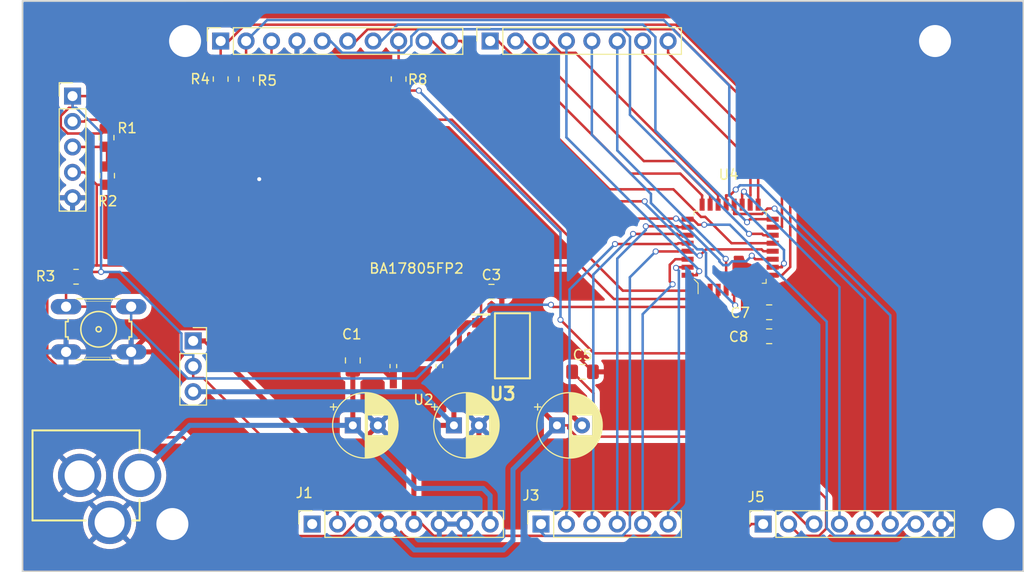
<source format=kicad_pcb>
(kicad_pcb (version 20240108) (generator "pcbnew") (generator_version "8.0")
  (title_block (date "mar. 31 mars 2015"))
  (layers (0 "F.Cu" signal) (31 "B.Cu" signal) (34 "B.Paste" user) (35 "F.Paste" user) (36 "B.SilkS" user "B.Silkscreen") (37 "F.SilkS" user "F.Silkscreen") (38 "B.Mask" user) (39 "F.Mask" user) (44 "Edge.Cuts" user))
  (net 0 "")
  (net 1 "GND")
  (net 2 "Net-(U4-REGC)")
  (net 3 "/SDA")
  (net 4 "/SCL")
  (net 5 "/P122")
  (net 6 "+3.3V")
  (net 7 "/P121")
  (net 8 "Net-(J2-Pin_10)")
  (net 9 "Net-(J2-Pin_9)")
  (net 10 "/MISO_00")
  (net 11 "/MOSI_20")
  (net 12 "/CS_20")
  (net 13 "/SCK_20")
  (net 14 "/MISO_20")
  (net 15 "/SCK_00")
  (net 16 "Net-(J4-Pin_8)")
  (net 17 "/CS_00")
  (net 18 "/MOSI_00")
  (net 19 "/MOSI_11")
  (net 20 "Net-(J4-Pin_7)")
  (net 21 "/CS_11")
  (net 22 "/MISO_11")
  (net 23 "+5V")
  (net 24 "Net-(J3-Pin_3)")
  (net 25 "Net-(J3-Pin_2)")
  (net 26 "Net-(J3-Pin_4)")
  (net 27 "Net-(J3-Pin_6)")
  (net 28 "/SCK_11")
  (net 29 "Net-(P3-Pin_2)")
  (net 30 "Net-(P3-Pin_3)")
  (net 31 "Net-(J3-Pin_5)")
  (net 32 "Net-(J3-Pin_1)")
  (net 33 "/Vin")
  (net 34 "Net-(S1-S)")
  (net 35 "VCC")
  (net 36 "/~{RESET}")
  (footprint "Connector_PinSocket_2.54mm:PinSocket_1x06_P2.54mm_Vertical" (layer "F.Cu") (at 101.802 77.26 90)
    (property "Reference" "J3")
    (property "Value" "Misc IOs")
  )
  (footprint "Connector_PinSocket_2.54mm:PinSocket_1x10_P2.54mm_Vertical" (layer "F.Cu") (at 69.798 29 90)
    (property "Reference" "J2" (hide yes))
    (property "Value" "Misc IOs")
  )
  (footprint "Connector_PinSocket_2.54mm:PinSocket_1x08_P2.54mm_Vertical" (layer "F.Cu") (at 96.722 29 90)
    (property "Reference" "J4" (hide yes))
    (property "Value" "Misc IOS")
  )
  (footprint "Capacitor_THT:CP_Radial_D6.3mm_P2.50mm" (layer "F.Cu") (at 93.102 67.4)
    (property "Reference" "C4" (hide yes))
    (property "Value" "47uF")
  )
  (footprint "Resistor_SMD:R_0805_2012Metric" (layer "F.Cu") (at 87.578 32.8 90)
    (property "Reference" "R8")
    (property "Value" "10k")
  )
  (footprint "catu:MountingHole_3.2mm" (layer "F.Cu") (at 147.522 77.26)
    (property "Reference" "MH4" (hide yes))
    (property "Value" "MountingHole_3.2mm" (hide yes))
  )
  (footprint "Capacitor_SMD:C_0805_2012Metric_Pad1.18x1.45mm_HandSolder" (layer "F.Cu") (at 124.6 58.5)
    (property "Reference" "C8")
    (property "Value" "0.1uF")
  )
  (footprint "Resistor_SMD:R_0805_2012Metric" (layer "F.Cu") (at 58.4 38.65 -90)
    (property "Reference" "R1")
    (property "Value" "1k")
  )
  (footprint "catu:B3F-10XX" (layer "F.Cu") (at 57.602 57.8)
    (property "Reference" "S1" (hide yes))
    (property "Value" "10-XX" (hide yes))
  )
  (footprint "Capacitor_THT:CP_Radial_D6.3mm_P2.50mm" (layer "F.Cu") (at 83.002 67.4)
    (property "Reference" "C2" (hide yes))
    (property "Value" "47uF")
  )
  (footprint "Connector_PinSocket_2.54mm:PinSocket_1x08_P2.54mm_Vertical" (layer "F.Cu") (at 78.942 77.26 90)
    (property "Reference" "J1")
    (property "Value" "Power")
  )
  (footprint "catu:BA17805FP" (layer "F.Cu") (at 89.35 56.9826)
    (property "Reference" "U2")
    (property "Value" "BA17805FP2")
  )
  (footprint "Resistor_SMD:R_0805_2012Metric_Pad1.20x1.40mm_HandSolder" (layer "F.Cu") (at 55.35 52.55)
    (property "Reference" "R3")
    (property "Value" "4.7k")
  )
  (footprint "catu:POWER_JACK_PTH" (layer "F.Cu") (at 48 72.4 -90)
    (property "Reference" "P2" (hide yes))
    (property "Value" "POWER_JACKPTH" (hide yes))
  )
  (footprint "catu:MountingHole_3.2mm" (layer "F.Cu") (at 66.242 29)
    (property "Reference" "MH1" (hide yes))
    (property "Value" "MountingHole_3.2mm" (hide yes))
  )
  (footprint "digikey-footprints:LQFP-32_7x7mm" (layer "F.Cu") (at 120.7 49.6)
    (property "Reference" "U4")
    (property "Value" "R5F104BGAFP")
  )
  (footprint "Resistor_SMD:R_0805_2012Metric" (layer "F.Cu") (at 72.338 32.8 90)
    (property "Reference" "R5")
    (property "Value" "10k")
  )
  (footprint "Capacitor_THT:CP_Radial_D6.3mm_P2.50mm" (layer "F.Cu") (at 103.402 67.4)
    (property "Reference" "C6" (hide yes))
    (property "Value" "47uF")
  )
  (footprint "Resistor_SMD:R_0805_2012Metric" (layer "F.Cu") (at 69.798 32.8 90)
    (property "Reference" "R4")
    (property "Value" "10k")
  )
  (footprint "Capacitor_SMD:C_0805_2012Metric_Pad1.18x1.45mm_HandSolder" (layer "F.Cu") (at 96.852 54.05)
    (property "Reference" "C3")
    (property "Value" "0.1uF")
  )
  (footprint "Capacitor_SMD:C_0805_2012Metric_Pad1.18x1.45mm_HandSolder" (layer "F.Cu") (at 124.6 56.1)
    (property "Reference" "C7")
    (property "Value" "0.1uF")
  )
  (footprint "Connector_PinSocket_2.54mm:PinSocket_1x03_P2.54mm_Vertical" (layer "F.Cu") (at 67.052 58.96)
    (property "Reference" "JP1" (hide yes))
    (property "Value" "Jumper_3_Bridged12" (hide yes))
  )
  (footprint "Resistor_SMD:R_0805_2012Metric" (layer "F.Cu") (at 58.45 42.45 -90)
    (property "Reference" "R2")
    (property "Value" "10k")
  )
  (footprint "catu:MountingHole_3.2mm" (layer "F.Cu") (at 64.972 77.26)
    (property "Reference" "MH2" (hide yes))
    (property "Value" "MountingHole_3.2mm" (hide yes))
  )
  (footprint "Connector_PinHeader_2.54mm:PinHeader_1x05_P2.54mm_Vertical" (layer "F.Cu") (at 55 34.5)
    (property "Reference" "P3" (hide yes))
    (property "Value" "E2 Lite")
  )
  (footprint "Capacitor_SMD:C_0805_2012Metric_Pad1.18x1.45mm_HandSolder" (layer "F.Cu") (at 83.002 60.9125 90)
    (property "Reference" "C1")
    (property "Value" "0.1uF")
  )
  (footprint "Connector_PinSocket_2.54mm:PinSocket_1x08_P2.54mm_Vertical" (layer "F.Cu") (at 124 77.26 90)
    (property "Reference" "J5")
    (property "Value" "Misc IOS")
  )
  (footprint "Capacitor_SMD:C_0805_2012Metric_Pad1.18x1.45mm_HandSolder" (layer "F.Cu") (at 105.952 62.05)
    (property "Reference" "C5")
    (property "Value" "0.1uF")
  )
  (footprint "catu:SOT230P700X180-4N" (layer "F.Cu") (at 98.952 59.45)
    (property "Reference" "U3")
    (property "Value" "TPS7B8333QDCYRQ1" (hide yes))
  )
  (footprint "catu:MountingHole_3.2mm" (layer "F.Cu") (at 141.172 29)
    (property "Reference" "MH3" (hide yes))
    (property "Value" "MountingHole_3.2mm" (hide yes))
  )
  (gr_line (start 50 82) (end 50 25) (stroke (width 0.15)) (layer "Edge.Cuts"))
  (gr_line (start 150 82) (end 50 82) (stroke (width 0.15)) (layer "Edge.Cuts"))
  (gr_line (start 50 25) (end 150 25) (stroke (width 0.15)) (layer "Edge.Cuts"))
  (gr_line (start 150 25) (end 150 82) (stroke (width 0.15)) (layer "Edge.Cuts"))
  (segment (start 97.95 59.45) (end 102.102 59.45) (width 0.5) (layer "F.Cu") (net 1))
  (segment (start 95.602 72.898) (end 94.182 74.318) (width 0.5) (layer "F.Cu") (net 1))
  (segment (start 86.4576 59.875) (end 89.35 56.9826) (width 0.25) (layer "F.Cu") (net 1))
  (segment (start 97.8895 54.05) (end 96.7145 52.875) (width 0.5) (layer "F.Cu") (net 1))
  (segment (start 102.102 59.45) (end 102.102 63.6) (width 0.5) (layer "F.Cu") (net 1))
  (segment (start 97.95 59.45) (end 97.95 59.2) (width 0.5) (layer "F.Cu") (net 1))
  (segment (start 102.102 63.6) (end 105.902 67.4) (width 0.5) (layer "F.Cu") (net 1))
  (segment (start 122.8 52.9) (end 122.7 53) (width 0.25) (layer "F.Cu") (net 1))
  (segment (start 95.802 59.45) (end 97.95 59.45) (width 0.5) (layer "F.Cu") (net 1))
  (segment (start 97.95 59.2) (end 97.8895 59.1395) (width 0.5) (layer "F.Cu") (net 1))
  (segment (start 97.8895 59.1395) (end 97.8895 54.05) (width 0.5) (layer "F.Cu") (net 1))
  (segment (start 102.102 59.45) (end 104.39 59.45) (width 0.25) (layer "F.Cu") (net 1))
  (segment (start 141.78 59.68) (end 140.6 58.5) (width 0.25) (layer "F.Cu") (net 1))
  (segment (start 104.39 59.45) (end 106.99 62.05) (width 0.25) (layer "F.Cu") (net 1))
  (segment (start 96.7145 52.875) (end 93.4576 52.875) (width 0.5) (layer "F.Cu") (net 1))
  (segment (start 125.638 54.4875) (end 124.05 52.9) (width 0.25) (layer "F.Cu") (net 1))
  (segment (start 80.787 57.66) (end 63.2538 57.66) (width 0.5) (layer "F.Cu") (net 1))
  (segment (start 94.182 74.318) (end 94.182 77.26) (width 0.5) (layer "F.Cu") (net 1))
  (segment (start 93.4576 52.875) (end 89.35 56.9826) (width 0.5) (layer "F.Cu") (net 1))
  (segment (start 140.6 58.5) (end 125.638 58.5) (width 0.25) (layer "F.Cu") (net 1))
  (segment (start 83.002 59.875) (end 86.4576 59.875) (width 0.5) (layer "F.Cu") (net 1))
  (segment (start 95.602 67.4) (end 95.602 72.898) (width 0.5) (layer "F.Cu") (net 1))
  (segment (start 125.638 58.5) (end 125.638 54.4875) (width 0.25) (layer "F.Cu") (net 1))
  (segment (start 63.2538 57.66) (end 60.8532 60.0606) (width 0.5) (layer "F.Cu") (net 1))
  (segment (start 122.7 53) (end 122.7 53.85) (width 0.25) (layer "F.Cu") (net 1))
  (segment (start 83.002 59.875) (end 80.787 57.66) (width 0.5) (layer "F.Cu") (net 1))
  (segment (start 124.05 52.9) (end 122.8 52.9) (width 0.25) (layer "F.Cu") (net 1))
  (segment (start 141.78 77.26) (end 141.78 59.68) (width 0.25) (layer "F.Cu") (net 1))
  (via (at 73.65 42.8) (size 0.6) (drill 0.4) (layers "F.Cu" "B.Cu") (net 1))
  (segment (start 121.9 56.8375) (end 121.9 53.85) (width 0.25) (layer "F.Cu") (net 2))
  (segment (start 123.562 58.5) (end 122.7752 57.713) (width 0.25) (layer "F.Cu") (net 2))
  (segment (start 122.7755 57.713) (end 123.5625 58.5) (width 0.25) (layer "F.Cu") (net 2))
  (segment (start 122.7752 57.713) (end 121.9 56.8375) (width 0.25) (layer "F.Cu") (net 2))
  (segment (start 122.7752 57.713) (end 122.7755 57.713) (width 0.25) (layer "F.Cu") (net 2))
  (segment (start 72.338 31.8875) (end 72.338 29) (width 0.25) (layer "F.Cu") (net 3))
  (segment (start 124.95 51.6) (end 125.8767 51.6) (width 0.25) (layer "F.Cu") (net 3))
  (segment (start 126.0784 51.2192) (end 125.8767 51.4209) (width 0.25) (layer "F.Cu") (net 3))
  (segment (start 125.8767 51.4209) (end 125.8767 51.6) (width 0.25) (layer "F.Cu") (net 3))
  (via (at 126.0784 51.2192) (size 0.6) (drill 0.4) (layers "F.Cu" "B.Cu") (net 3))
  (segment (start 126.0784 49.8752) (end 120.6165 44.4133) (width 0.25) (layer "B.Cu") (net 3))
  (segment (start 120.6165 33.4498) (end 114.0661 26.8994) (width 0.25) (layer "B.Cu") (net 3))
  (segment (start 120.6165 44.4133) (end 120.6165 33.4498) (width 0.25) (layer "B.Cu") (net 3))
  (segment (start 74.4386 26.8994) (end 72.338 29) (width 0.25) (layer "B.Cu") (net 3))
  (segment (start 126.0784 51.2192) (end 126.0784 49.8752) (width 0.25) (layer "B.Cu") (net 3))
  (segment (start 114.0661 26.8994) (end 74.4386 26.8994) (width 0.25) (layer "B.Cu") (net 3))
  (segment (start 126.7051 51.5716) (end 126.7051 38.7969) (width 0.25) (layer "F.Cu") (net 4))
  (segment (start 70.607 29) (end 69.798 29) (width 0.25) (layer "F.Cu") (net 4))
  (segment (start 126.7051 38.7969) (end 115.2771 27.3689) (width 0.25) (layer "F.Cu") (net 4))
  (segment (start 69.798 31.8875) (end 69.798 29) (width 0.25) (layer "F.Cu") (net 4))
  (segment (start 115.2771 27.3689) (end 72.2381 27.3689) (width 0.25) (layer "F.Cu") (net 4))
  (segment (start 72.2381 27.3689) (end 70.607 29) (width 0.25) (layer "F.Cu") (net 4))
  (segment (start 125.8767 52.4) (end 126.7051 51.5716) (width 0.25) (layer "F.Cu") (net 4))
  (segment (start 124.95 52.4) (end 125.8767 52.4) (width 0.25) (layer "F.Cu") (net 4))
  (segment (start 120.2583 50.7633) (end 120.3 50.805) (width 0.25) (layer "F.Cu") (net 5))
  (segment (start 120.3 50.805) (end 120.3 53.85) (width 0.25) (layer "F.Cu") (net 5))
  (via (at 120.2583 50.7633) (size 0.6) (drill 0.4) (layers "F.Cu" "B.Cu") (net 5))
  (segment (start 109.422 39.927) (end 120.2583 50.7633) (width 0.25) (layer "B.Cu") (net 5))
  (segment (start 109.422 29) (end 109.422 39.927) (width 0.25) (layer "B.Cu") (net 5))
  (segment (start 67.052 58.96) (end 68.262 58.96) (width 0.5) (layer "F.Cu") (net 6))
  (segment (start 97.752 61.75) (end 103.402 67.4) (width 0.5) (layer "F.Cu") (net 6))
  (segment (start 95.802 61.75) (end 97.752 61.75) (width 0.5) (layer "F.Cu") (net 6))
  (segment (start 104.5287 67.6818) (end 104.5287 67.4) (width 0.25) (layer "F.Cu") (net 6))
  (segment (start 119.5378 68.5267) (end 107.0461 68.5267) (width 0.25) (layer "F.Cu") (net 6))
  (segment (start 103.402 67.4) (end 104.5287 67.4) (width 0.25) (layer "F.Cu") (net 6))
  (segment (start 129.08 77.26) (end 128.2711 77.26) (width 0.25) (layer "F.Cu") (net 6))
  (segment (start 107.0461 64.1816) (end 104.9145 62.05) (width 0.25) (layer "F.Cu") (net 6))
  (segment (start 107.0461 68.5267) (end 105.3736 68.5267) (width 0.25) (layer "F.Cu") (net 6))
  (segment (start 128.2711 77.26) (end 119.5378 68.5267) (width 0.25) (layer "F.Cu") (net 6))
  (segment (start 105.3736 68.5267) (end 104.5287 67.6818) (width 0.25) (layer "F.Cu") (net 6))
  (segment (start 68.262 58.96) (end 86.562 77.26) (width 0.5) (layer "F.Cu") (net 6))
  (segment (start 107.0461 68.5267) (end 107.0461 64.1816) (width 0.25) (layer "F.Cu") (net 6))
  (segment (start 89.152 79.85) (end 98.05 79.85) (width 0.5) (layer "B.Cu") (net 6))
  (segment (start 99 71.802) (end 103.402 67.4) (width 0.5) (layer "B.Cu") (net 6))
  (segment (start 98.05 79.85) (end 99 78.9) (width 0.5) (layer "B.Cu") (net 6))
  (segment (start 99 78.9) (end 99 71.802) (width 0.5) (layer "B.Cu") (net 6))
  (segment (start 86.562 77.26) (end 89.152 79.85) (width 0.5) (layer "B.Cu") (net 6))
  (segment (start 121.2027 55.405) (end 121.1 55.3023) (width 0.25) (layer "F.Cu") (net 7))
  (segment (start 121.1 55.3023) (end 121.1 53.85) (width 0.25) (layer "F.Cu") (net 7))
  (via (at 121.2027 55.405) (size 0.6) (drill 0.4) (layers "F.Cu" "B.Cu") (net 7))
  (segment (start 118.2923 50.1816) (end 117.9252 49.8145) (width 0.25) (layer "B.Cu") (net 7))
  (segment (start 117.9252 49.8145) (end 117.4152 49.8145) (width 0.25) (layer "B.Cu") (net 7))
  (segment (start 121.2027 55.405) (end 118.2923 52.4946) (width 0.25) (layer "B.Cu") (net 7))
  (segment (start 117.4152 49.8145) (end 112.7869 45.1862) (width 0.25) (layer "B.Cu") (net 7))
  (segment (start 112.7869 44.2731) (end 106.882 38.3682) (width 0.25) (layer "B.Cu") (net 7))
  (segment (start 112.7869 45.1862) (end 112.7869 44.2731) (width 0.25) (layer "B.Cu") (net 7))
  (segment (start 106.882 38.3682) (end 106.882 29) (width 0.25) (layer "B.Cu") (net 7))
  (segment (start 118.2923 52.4946) (end 118.2923 50.1816) (width 0.25) (layer "B.Cu") (net 7))
  (segment (start 124.95 49.2) (end 124.0233 49.2) (width 0.25) (layer "F.Cu") (net 8))
  (segment (start 120.8426 49.2) (end 118.2157 46.5731) (width 0.25) (layer "F.Cu") (net 8))
  (segment (start 124.0233 49.2) (end 120.8426 49.2) (width 0.25) (layer "F.Cu") (net 8))
  (segment (start 118.2157 46.5731) (end 117.7872 46.5731) (width 0.25) (layer "F.Cu") (net 8))
  (segment (start 115.0297 43.8156) (end 108.6503 43.8156) (width 0.25) (layer "F.Cu") (net 8))
  (segment (start 117.7872 46.5731) (end 115.0297 43.8156) (width 0.25) (layer "F.Cu") (net 8))
  (segment (start 92.658 29) (end 93.8347 29) (width 0.25) (layer "F.Cu") (net 8))
  (segment (start 108.6503 43.8156) (end 93.8347 29) (width 0.25) (layer "F.Cu") (net 8))
  (segment (start 90.927 29) (end 106.9427 45.0157) (width 0.25) (layer "F.Cu") (net 9))
  (segment (start 124.95 50) (end 124.0233 50) (width 0.25) (layer "F.Cu") (net 9))
  (segment (start 106.9427 45.0157) (end 112.1602 45.0157) (width 0.25) (layer "F.Cu") (net 9))
  (segment (start 118.2896 49.8172) (end 123.8405 49.8172) (width 0.25) (layer "F.Cu") (net 9))
  (segment (start 90.118 29) (end 90.927 29) (width 0.25) (layer "F.Cu") (net 9))
  (segment (start 117.6656 50.4412) (end 118.2896 49.8172) (width 0.25) (layer "F.Cu") (net 9))
  (segment (start 123.8405 49.8172) (end 124.0233 50) (width 0.25) (layer "F.Cu") (net 9))
  (via (at 117.6656 50.4412) (size 0.6) (drill 0.4) (layers "F.Cu" "B.Cu") (net 9))
  (via (at 112.1602 45.0157) (size 0.6) (drill 0.4) (layers "F.Cu" "B.Cu") (net 9))
  (segment (start 112.1602 45.2004) (end 112.1602 45.0157) (width 0.25) (layer "B.Cu") (net 9))
  (segment (start 117.401 50.4412) (end 112.1602 45.2004) (width 0.25) (layer "B.Cu") (net 9))
  (segment (start 117.6656 50.4412) (end 117.401 50.4412) (width 0.25) (layer "B.Cu") (net 9))
  (segment (start 125.8767 47.6) (end 125.8767 38.6633) (width 0.25) (layer "F.Cu") (net 10))
  (segment (start 125.8767 38.6633) (end 115.0367 27.8233) (width 0.25) (layer "F.Cu") (net 10))
  (segment (start 83.3069 29) (end 82.498 29) (width 0.25) (layer "F.Cu") (net 10))
  (segment (start 115.0367 27.8233) (end 84.4836 27.8233) (width 0.25) (layer "F.Cu") (net 10))
  (segment (start 124.95 47.6) (end 125.8767 47.6) (width 0.25) (layer "F.Cu") (net 10))
  (segment (start 84.4836 27.8233) (end 83.3069 29) (width 0.25) (layer "F.Cu") (net 10))
  (segment (start 121.2625 43.8407) (end 120.6799 44.4233) (width 0.25) (layer "F.Cu") (net 11))
  (segment (start 120.3 45.35) (end 120.3 44.4233) (width 0.25) (layer "F.Cu") (net 11))
  (segment (start 120.6799 44.4233) (end 120.3 44.4233) (width 0.25) (layer "F.Cu") (net 11))
  (via (at 121.2625 43.8407) (size 0.6) (drill 0.4) (layers "F.Cu" "B.Cu") (net 11))
  (segment (start 123.7101 43.4142) (end 121.689 43.4142) (width 0.25) (layer "B.Cu") (net 11))
  (segment (start 121.689 43.4142) (end 121.2625 43.8407) (width 0.25) (layer "B.Cu") (net 11))
  (segment (start 136.7 77.26) (end 136.7 56.4041) (width 0.25) (layer "B.Cu") (net 11))
  (segment (start 136.7 56.4041) (end 123.7101 43.4142) (width 0.25) (layer "B.Cu") (net 11))
  (segment (start 116.9621 46.8) (end 117.5156 47.3535) (width 0.25) (layer "F.Cu") (net 12))
  (segment (start 117.5156 47.3535) (end 118.1098 47.3535) (width 0.25) (layer "F.Cu") (net 12))
  (segment (start 116.45 46.8) (end 116.9621 46.8) (width 0.25) (layer "F.Cu") (net 12))
  (via (at 118.1098 47.3535) (size 0.6) (drill 0.4) (layers "F.Cu" "B.Cu") (net 12))
  (segment (start 138.4311 77.26) (end 139.24 77.26) (width 0.25) (layer "B.Cu") (net 12))
  (segment (start 118.1098 47.3536) (end 120.668 47.3536) (width 0.25) (layer "B.Cu") (net 12))
  (segment (start 118.1098 47.3535) (end 118.1098 47.3536) (width 0.25) (layer "B.Cu") (net 12))
  (segment (start 130.35 77.6624) (end 131.1243 78.4367) (width 0.25) (layer "B.Cu") (net 12))
  (segment (start 131.1243 78.4367) (end 137.2544 78.4367) (width 0.25) (layer "B.Cu") (net 12))
  (segment (start 137.2544 78.4367) (end 138.4311 77.26) (width 0.25) (layer "B.Cu") (net 12))
  (segment (start 120.668 47.3536) (end 130.35 57.0356) (width 0.25) (layer "B.Cu") (net 12))
  (segment (start 130.35 57.0356) (end 130.35 77.6624) (width 0.25) (layer "B.Cu") (net 12))
  (segment (start 122.0839 44.0436) (end 121.9 44.2275) (width 0.25) (layer "F.Cu") (net 13))
  (segment (start 121.9 44.2275) (end 121.9 45.35) (width 0.25) (layer "F.Cu") (net 13))
  (via (at 122.0839 44.0436) (size 0.6) (drill 0.4) (layers "F.Cu" "B.Cu") (net 13))
  (segment (start 131.62 77.26) (end 131.62 53.5797) (width 0.25) (layer "B.Cu") (net 13))
  (segment (start 131.62 53.5797) (end 122.0839 44.0436) (width 0.25) (layer "B.Cu") (net 13))
  (segment (start 123.8854 46.2767) (end 121.1 46.2767) (width 0.25) (layer "F.Cu") (net 14))
  (segment (start 124.4271 45.735) (end 123.8854 46.2767) (width 0.25) (layer "F.Cu") (net 14))
  (segment (start 121.1 45.35) (end 121.1 46.2767) (width 0.25) (layer "F.Cu") (net 14))
  (segment (start 125.1373 45.735) (end 124.4271 45.735) (width 0.25) (layer "F.Cu") (net 14))
  (via (at 125.1373 45.735) (size 0.6) (drill 0.4) (layers "F.Cu" "B.Cu") (net 14))
  (segment (start 134.16 54.7577) (end 125.1373 45.735) (width 0.25) (layer "B.Cu") (net 14))
  (segment (start 134.16 77.26) (end 134.16 54.7577) (width 0.25) (layer "B.Cu") (net 14))
  (segment (start 123.8889 48.2656) (end 124.0233 48.4) (width 0.25) (layer "F.Cu") (net 15))
  (segment (start 124.95 48.4) (end 124.0233 48.4) (width 0.25) (layer "F.Cu") (net 15))
  (segment (start 122.5862 48.2656) (end 123.8889 48.2656) (width 0.25) (layer "F.Cu") (net 15))
  (via (at 122.5862 48.2656) (size 0.6) (drill 0.4) (layers "F.Cu" "B.Cu") (net 15))
  (segment (start 79.958 29) (end 80.7669 29) (width 0.25) (layer "B.Cu") (net 15))
  (segment (start 110.692 36.3714) (end 122.5862 48.2656) (width 0.25) (layer "B.Cu") (net 15))
  (segment (start 88.848 28.5367) (end 89.5681 27.8166) (width 0.25) (layer "B.Cu") (net 15))
  (segment (start 81.9436 30.1767) (end 88.0802 30.1767) (width 0.25) (layer "B.Cu") (net 15))
  (segment (start 109.9329 27.8166) (end 110.692 28.5757) (width 0.25) (layer "B.Cu") (net 15))
  (segment (start 110.692 28.5757) (end 110.692 36.3714) (width 0.25) (layer "B.Cu") (net 15))
  (segment (start 88.0802 30.1767) (end 88.848 29.4089) (width 0.25) (layer "B.Cu") (net 15))
  (segment (start 80.7669 29) (end 81.9436 30.1767) (width 0.25) (layer "B.Cu") (net 15))
  (segment (start 88.848 29.4089) (end 88.848 28.5367) (width 0.25) (layer "B.Cu") (net 15))
  (segment (start 89.5681 27.8166) (end 109.9329 27.8166) (width 0.25) (layer "B.Cu") (net 15))
  (segment (start 114.502 29) (end 114.502 30.1767) (width 0.25) (layer "F.Cu") (net 16))
  (segment (start 123.5 39.1747) (end 123.5 45.35) (width 0.25) (layer "F.Cu") (net 16))
  (segment (start 114.502 30.1767) (end 123.5 39.1747) (width 0.25) (layer "F.Cu") (net 16))
  (segment (start 104.8994 46.7388) (end 115.2927 46.7388) (width 0.25) (layer "F.Cu") (net 17))
  (segment (start 123.2145 50.8) (end 122.8629 50.4484) (width 0.25) (layer "F.Cu") (net 17))
  (segment (start 87.578 29) (end 87.578 31.8875) (width 0.25) (layer "F.Cu") (net 17))
  (segment (start 124.95 50.8) (end 123.2145 50.8) (width 0.25) (layer "F.Cu") (net 17))
  (segment (start 90.0481 31.8875) (end 104.8994 46.7388) (width 0.25) (layer "F.Cu") (net 17))
  (segment (start 87.578 31.8875) (end 90.0481 31.8875) (width 0.25) (layer "F.Cu") (net 17))
  (via (at 122.8629 50.4484) (size 0.6) (drill 0.4) (layers "F.Cu" "B.Cu") (net 17))
  (via (at 115.2927 46.7388) (size 0.6) (drill 0.4) (layers "F.Cu" "B.Cu") (net 17))
  (segment (start 120.8962 51.0117) (end 120.8962 51.0116) (width 0.25) (layer "B.Cu") (net 17))
  (segment (start 119.9988 51.39) (end 120.5179 51.39) (width 0.25) (layer "B.Cu") (net 17))
  (segment (start 119.6316 50.8821) (end 119.6316 51.0228) (width 0.25) (layer "B.Cu") (net 17))
  (segment (start 115.4883 46.7388) (end 119.6316 50.8821) (width 0.25) (layer "B.Cu") (net 17))
  (segment (start 115.2927 46.7388) (end 115.4883 46.7388) (width 0.25) (layer "B.Cu") (net 17))
  (segment (start 119.6316 51.0228) (end 119.9988 51.39) (width 0.25) (layer "B.Cu") (net 17))
  (segment (start 120.5179 51.39) (end 120.8962 51.0117) (width 0.25) (layer "B.Cu") (net 17))
  (segment (start 122.2997 51.0116) (end 122.8629 50.4484) (width 0.25) (layer "B.Cu") (net 17))
  (segment (start 120.8962 51.0116) (end 122.2997 51.0116) (width 0.25) (layer "B.Cu") (net 17))
  (segment (start 122.3891 47.103) (end 122.6921 46.8) (width 0.25) (layer "F.Cu") (net 18))
  (segment (start 122.6921 46.8) (end 124.95 46.8) (width 0.25) (layer "F.Cu") (net 18))
  (via (at 122.3891 47.103) (size 0.6) (drill 0.4) (layers "F.Cu" "B.Cu") (net 18))
  (segment (start 85.038 29) (end 85.847 29) (width 0.25) (layer "B.Cu") (net 18))
  (segment (start 87.4889 27.3581) (end 111.9916 27.3581) (width 0.25) (layer "B.Cu") (net 18))
  (segment (start 85.847 29) (end 87.4889 27.3581) (width 0.25) (layer "B.Cu") (net 18))
  (segment (start 111.9916 27.3581) (end 113.232 28.5985) (width 0.25) (layer "B.Cu") (net 18))
  (segment (start 113.232 28.5985) (end 113.232 37.9459) (width 0.25) (layer "B.Cu") (net 18))
  (segment (start 113.232 37.9459) (end 122.3891 47.103) (width 0.25) (layer "B.Cu") (net 18))
  (segment (start 105.2534 30.1767) (end 119.5 44.4233) (width 0.25) (layer "F.Cu") (net 19))
  (segment (start 103.7876 30.1767) (end 105.2534 30.1767) (width 0.25) (layer "F.Cu") (net 19))
  (segment (start 102.6109 29) (end 103.7876 30.1767) (width 0.25) (layer "F.Cu") (net 19))
  (segment (start 119.5 44.4233) (end 119.5 45.35) (width 0.25) (layer "F.Cu") (net 19))
  (segment (start 101.802 29) (end 102.6109 29) (width 0.25) (layer "F.Cu") (net 19))
  (segment (start 122.7303 40.945) (end 122.7303 44.393) (width 0.25) (layer "F.Cu") (net 20))
  (segment (start 122.7303 44.393) (end 122.7 44.4233) (width 0.25) (layer "F.Cu") (net 20))
  (segment (start 111.962 30.1767) (end 122.7303 40.945) (width 0.25) (layer "F.Cu") (net 20))
  (segment (start 111.962 29) (end 111.962 30.1767) (width 0.25) (layer "F.Cu") (net 20))
  (segment (start 122.7 45.35) (end 122.7 44.4233) (width 0.25) (layer "F.Cu") (net 20))
  (segment (start 116.45 52.4) (end 117.3767 52.4) (width 0.25) (layer "F.Cu") (net 21))
  (segment (start 117.3767 52.2313) (end 117.3767 52.4) (width 0.25) (layer "F.Cu") (net 21))
  (segment (start 117.6124 51.9956) (end 117.3767 52.2313) (width 0.25) (layer "F.Cu") (net 21))
  (via (at 117.6124 51.9956) (size 0.6) (drill 0.4) (layers "F.Cu" "B.Cu") (net 21))
  (segment (start 117.6124 51.8977) (end 117.6124 51.9956) (width 0.25) (layer "B.Cu") (net 21))
  (segment (start 104.342 38.6273) (end 117.6124 51.8977) (width 0.25) (layer "B.Cu") (net 21))
  (segment (start 104.342 29) (end 104.342 38.6273) (width 0.25) (layer "B.Cu") (net 21))
  (segment (start 115.2667 40.99) (end 112.078 40.99) (width 0.25) (layer "F.Cu") (net 22))
  (segment (start 118.7 44.4233) (end 115.2667 40.99) (width 0.25) (layer "F.Cu") (net 22))
  (segment (start 118.7 45.35) (end 118.7 44.4233) (width 0.25) (layer "F.Cu") (net 22))
  (segment (start 112.078 40.99) (end 100.088 29) (width 0.25) (layer "F.Cu") (net 22))
  (segment (start 100.088 29) (end 99.262 29) (width 0.25) (layer "F.Cu") (net 22))
  (segment (start 93.65 62.25) (end 93.65 57.9) (width 0.5) (layer "F.Cu") (net 23))
  (segment (start 89.911 77.26) (end 91.0877 78.4367) (width 0.25) (layer "F.Cu") (net 23))
  (segment (start 93.65 57.9) (end 94.4 57.15) (width 0.5) (layer "F.Cu") (net 23))
  (segment (start 91.504 67.4) (end 89.102 69.802) (width 0.5) (layer "F.Cu") (net 23))
  (segment (start 89.102 69.802) (end 89.102 77.26) (width 0.5) (layer "F.Cu") (net 23))
  (segment (start 91.0877 78.4367) (end 121.6466 78.4367) (width 0.25) (layer "F.Cu") (net 23))
  (segment (start 89.102 77.26) (end 89.911 77.26) (width 0.25) (layer "F.Cu") (net 23))
  (segment (start 93.102 67.4) (end 91.504 67.4) (width 0.5) (layer "F.Cu") (net 23))
  (segment (start 122.8233 77.26) (end 124 77.26) (width 0.25) (layer "F.Cu") (net 23))
  (segment (start 94.4 57.15) (end 95.802 57.15) (width 0.5) (layer "F.Cu") (net 23))
  (segment (start 95.8145 54.05) (end 95.8145 57.1375) (width 0.25) (layer "F.Cu") (net 23))
  (segment (start 93.05 62.85) (end 93.65 62.25) (width 0.5) (layer "F.Cu") (net 23))
  (segment (start 91.65 62.85) (end 91.65 63.15) (width 0.5) (layer "F.Cu") (net 23))
  (segment (start 93.102 64.602) (end 93.102 67.4) (width 0.5) (layer "F.Cu") (net 23))
  (segment (start 91.65 62.85) (end 93.05 62.85) (width 0.5) (layer "F.Cu") (net 23))
  (segment (start 121.6466 78.4367) (end 122.8233 77.26) (width 0.25) (layer "F.Cu") (net 23))
  (segment (start 95.8145 57.1375) (end 95.802 57.15) (width 0.25) (layer "F.Cu") (net 23))
  (segment (start 91.65 63.15) (end 93.102 64.602) (width 0.5) (layer "F.Cu") (net 23))
  (segment (start 67.052 64.04) (end 89.742 64.04) (width 0.5) (layer "B.Cu") (net 23))
  (segment (start 89.742 64.04) (end 93.102 67.4) (width 0.5) (layer "B.Cu") (net 23))
  (segment (start 115.3937 48.2704) (end 115.5233 48.4) (width 0.25) (layer "F.Cu") (net 24))
  (segment (start 111.0034 48.2704) (end 115.3937 48.2704) (width 0.25) (layer "F.Cu") (net 24))
  (segment (start 116.45 48.4) (end 115.5233 48.4) (width 0.25) (layer "F.Cu") (net 24))
  (via (at 111.0034 48.2704) (size 0.6) (drill 0.4) (layers "F.Cu" "B.Cu") (net 24))
  (segment (start 106.882 76.0833) (end 107.0287 75.9366) (width 0.25) (layer "B.Cu") (net 24))
  (segment (start 107.0287 52.3339) (end 111.0034 48.3592) (width 0.25) (layer "B.Cu") (net 24))
  (segment (start 107.0287 75.9366) (end 107.0287 52.3339) (width 0.25) (layer "B.Cu") (net 24))
  (segment (start 106.882 77.26) (end 106.882 76.0833) (width 0.25) (layer "B.Cu") (net 24))
  (segment (start 111.0034 48.3592) (end 111.0034 48.2704) (width 0.25) (layer "B.Cu") (net 24))
  (segment (start 109.1953 49.281) (end 115.4423 49.281) (width 0.25) (layer "F.Cu") (net 25))
  (segment (start 115.4423 49.281) (end 115.5233 49.2) (width 0.25) (layer "F.Cu") (net 25))
  (segment (start 116.45 49.2) (end 115.5233 49.2) (width 0.25) (layer "F.Cu") (net 25))
  (via (at 109.1953 49.281) (size 0.6) (drill 0.4) (layers "F.Cu" "B.Cu") (net 25))
  (segment (start 104.652 75.7733) (end 104.652 53.8243) (width 0.25) (layer "B.Cu") (net 25))
  (segment (start 104.652 53.8243) (end 109.1953 49.281) (width 0.25) (layer "B.Cu") (net 25))
  (segment (start 104.342 76.0833) (end 104.652 75.7733) (width 0.25) (layer "B.Cu") (net 25))
  (segment (start 104.342 77.26) (end 104.342 76.0833) (width 0.25) (layer "B.Cu") (net 25))
  (segment (start 116.45 47.6) (end 115.5233 47.6) (width 0.25) (layer "F.Cu") (net 26))
  (segment (start 115.5233 47.6) (end 115.4326 47.5093) (width 0.25) (layer "F.Cu") (net 26))
  (segment (start 115.4326 47.5093) (end 112.2745 47.5093) (width 0.25) (layer "F.Cu") (net 26))
  (via (at 112.2745 47.5093) (size 0.6) (drill 0.4) (layers "F.Cu" "B.Cu") (net 26))
  (segment (start 109.422 50.7381) (end 112.2745 47.8856) (width 0.25) (layer "B.Cu") (net 26))
  (segment (start 112.2745 47.8856) (end 112.2745 47.5093) (width 0.25) (layer "B.Cu") (net 26))
  (segment (start 109.422 76.0833) (end 109.422 50.7381) (width 0.25) (layer "B.Cu") (net 26))
  (segment (start 109.422 77.26) (end 109.422 76.0833) (width 0.25) (layer "B.Cu") (net 26))
  (segment (start 115.4608 51.6625) (end 115.5233 51.6) (width 0.25) (layer "F.Cu") (net 27))
  (segment (start 116.45 51.6) (end 115.5233 51.6) (width 0.25) (layer "F.Cu") (net 27))
  (segment (start 115.2947 51.6625) (end 115.4608 51.6625) (width 0.25) (layer "F.Cu") (net 27))
  (via (at 115.2947 51.6625) (size 0.6) (drill 0.4) (layers "F.Cu" "B.Cu") (net 27))
  (segment (start 114.502 76.0833) (end 115.5789 75.0064) (width 0.25) (layer "B.Cu") (net 27))
  (segment (start 114.502 77.26) (end 114.502 76.0833) (width 0.25) (layer "B.Cu") (net 27))
  (segment (start 115.5789 75.0064) (end 115.5789 51.9467) (width 0.25) (layer "B.Cu") (net 27))
  (segment (start 115.5789 51.9467) (end 115.2947 51.6625) (width 0.25) (layer "B.Cu") (net 27))
  (segment (start 115.7202 42.2435) (end 117.9 44.4233) (width 0.25) (layer "F.Cu") (net 28))
  (segment (start 117.9 44.4233) (end 117.9 45.35) (width 0.25) (layer "F.Cu") (net 28))
  (segment (start 110.7745 42.2435) (end 115.7202 42.2435) (width 0.25) (layer "F.Cu") (net 28))
  (segment (start 96.722 29) (end 97.531 29) (width 0.25) (layer "F.Cu") (net 28))
  (segment (start 97.531 29) (end 110.7745 42.2435) (width 0.25) (layer "F.Cu") (net 28))
  (segment (start 55 37.04) (end 56.1767 37.04) (width 0.25) (layer "F.Cu") (net 29))
  (segment (start 56.3544 36.8623) (end 92.8994 36.8623) (width 0.25) (layer "F.Cu") (net 29))
  (segment (start 92.8994 36.8623) (end 109.9813 53.9442) (width 0.25) (layer "F.Cu") (net 29))
  (segment (start 117.8058 53.9442) (end 117.9 53.85) (width 0.25) (layer "F.Cu") (net 29))
  (segment (start 56.1767 37.04) (end 56.3544 36.8623) (width 0.25) (layer "F.Cu") (net 29))
  (segment (start 109.9813 53.9442) (end 117.8058 53.9442) (width 0.25) (layer "F.Cu") (net 29))
  (segment (start 58.45 39.6475) (end 58.3825 39.58) (width 0.25) (layer "F.Cu") (net 30))
  (segment (start 58.45 41.5375) (end 58.45 39.6475) (width 0.25) (layer "F.Cu") (net 30))
  (segment (start 55 39.58) (end 58.3825 39.58) (width 0.25) (layer "F.Cu") (net 30))
  (segment (start 58.3825 39.58) (end 58.4 39.5625) (width 0.25) (layer "F.Cu") (net 30))
  (segment (start 114.6679 53.0188) (end 114.951 53.3019) (width 0.25) (layer "F.Cu") (net 31))
  (segment (start 115.2248 50.8) (end 114.6679 51.3569) (width 0.25) (layer "F.Cu") (net 31))
  (segment (start 114.6679 51.3569) (end 114.6679 53.0188) (width 0.25) (layer "F.Cu") (net 31))
  (segment (start 116.45 50.8) (end 115.2248 50.8) (width 0.25) (layer "F.Cu") (net 31))
  (via (at 114.951 53.3019) (size 0.6) (drill 0.4) (layers "F.Cu" "B.Cu") (net 31))
  (segment (start 111.962 76.0833) (end 111.962 56.2909) (width 0.25) (layer "B.Cu") (net 31))
  (segment (start 111.962 77.26) (end 111.962 76.0833) (width 0.25) (layer "B.Cu") (net 31))
  (segment (start 111.962 56.2909) (end 114.951 53.3019) (width 0.25) (layer "B.Cu") (net 31))
  (segment (start 113.2627 50.023) (end 115.5003 50.023) (width 0.25) (layer "F.Cu") (net 32))
  (segment (start 115.5003 50.023) (end 115.5233 50) (width 0.25) (layer "F.Cu") (net 32))
  (segment (start 116.45 50) (end 115.5233 50) (width 0.25) (layer "F.Cu") (net 32))
  (via (at 113.2627 50.023) (size 0.6) (drill 0.4) (layers "F.Cu" "B.Cu") (net 32))
  (segment (start 101.802 77.26) (end 101.802 78.052) (width 0.25) (layer "B.Cu") (net 32))
  (segment (start 110.681 52.6047) (end 113.2627 50.023) (width 0.25) (layer "B.Cu") (net 32))
  (segment (start 110.681 77.6938) (end 110.681 52.6047) (width 0.25) (layer "B.Cu") (net 32))
  (segment (start 109.9361 78.4387) (end 110.681 77.6938) (width 0.25) (layer "B.Cu") (net 32))
  (segment (start 101.802 78.052) (end 102.1887 78.4387) (width 0.25) (layer "B.Cu") (net 32))
  (segment (start 102.1887 78.4387) (end 109.9361 78.4387) (width 0.25) (layer "B.Cu") (net 32))
  (segment (start 83.002 61.95) (end 86.15 61.95) (width 0.5) (layer "F.Cu") (net 33))
  (segment (start 86.15 61.95) (end 87.05 62.85) (width 0.5) (layer "F.Cu") (net 33))
  (segment (start 83.002 61.95) (end 83.002 67.4) (width 0.5) (layer "F.Cu") (net 33))
  (segment (start 83.002 67.4) (end 89.302 73.7) (width 0.5) (layer "B.Cu") (net 33))
  (segment (start 66.7 67.4) (end 61.7 72.4) (width 0.5) (layer "B.Cu") (net 33))
  (segment (start 89.302 73.7) (end 96 73.7) (width 0.5) (layer "B.Cu") (net 33))
  (segment (start 96.722 74.422) (end 96.722 77.26) (width 0.5) (layer "B.Cu") (net 33))
  (segment (start 83.002 67.4) (end 66.7 67.4) (width 0.5) (layer "B.Cu") (net 33))
  (segment (start 96 73.7) (end 96.722 74.422) (width 0.5) (layer "B.Cu") (net 33))
  (segment (start 54.35 55.5386) (end 54.3508 55.5394) (width 0.25) (layer "F.Cu") (net 34))
  (segment (start 54.3508 55.5394) (end 59.0025 55.5394) (width 0.25) (layer "F.Cu") (net 34))
  (segment (start 60.8532 55.5394) (end 59.0025 55.5394) (width 0.25) (layer "F.Cu") (net 34))
  (segment (start 103.018 55.568) (end 118.7087 55.568) (width 0.25) (layer "F.Cu") (net 34))
  (segment (start 119.5 54.7767) (end 119.5 53.85) (width 0.25) (layer "F.Cu") (net 34))
  (segment (start 118.7087 55.568) (end 119.5 54.7767) (width 0.25) (layer "F.Cu") (net 34))
  (segment (start 54.35 52.55) (end 54.35 55.5386) (width 0.25) (layer "F.Cu") (net 34))
  (segment (start 102.8 55.35) (end 103.018 55.568) (width 0.25) (layer "F.Cu") (net 34))
  (via (at 102.8 55.35) (size 0.6) (drill 0.4) (layers "F.Cu" "B.Cu") (net 34))
  (segment (start 66.5175 62.7137) (end 60.8532 57.0494) (width 0.25) (layer "B.Cu") (net 34))
  (segment (start 102.8 55.35) (end 96.7146 55.35) (width 0.25) (layer "B.Cu") (net 34))
  (segment (start 96.7146 55.35) (end 89.3509 62.7137) (width 0.25) (layer "B.Cu") (net 34))
  (segment (start 89.3509 62.7137) (end 66.5175 62.7137) (width 0.25) (layer "B.Cu") (net 34))
  (segment (start 60.8532 57.0494) (end 60.8532 55.5394) (width 0.25) (layer "B.Cu") (net 34))
  (segment (start 123.5 56.0375) (end 123.562 56.1) (width 0.25) (layer "F.Cu") (net 35))
  (segment (start 67.052 62.6767) (end 68.0754 62.6767) (width 0.25) (layer "F.Cu") (net 35))
  (segment (start 89.6 33.95) (end 87.8155 33.95) (width 0.25) (layer "F.Cu") (net 35))
  (segment (start 74.878 29) (end 74.878 31.1725) (width 0.25) (layer "F.Cu") (net 35))
  (segment (start 54.5078 38.2384) (end 53.8233 37.5539) (width 0.25) (layer "F.Cu") (net 35))
  (segment (start 123.5625 56.1) (end 124.6 57.1375) (width 0.25) (layer "F.Cu") (net 35))
  (segment (start 67.052 61.5) (end 67.052 62.6767) (width 0.25) (layer "F.Cu") (net 35))
  (segment (start 57.8462 52.07) (end 56.83 52.07) (width 0.25) (layer "F.Cu") (net 35))
  (segment (start 69.798 33.7125) (end 72.338 33.7125) (width 0.25) (layer "F.Cu") (net 35))
  (segment (start 130.2938 77.7246) (end 129.5817 78.4367) (width 0.25) (layer "F.Cu") (net 35))
  (segment (start 54.6322 35.6767) (end 55 35.6767) (width 0.25) (layer "F.Cu") (net 35))
  (segment (start 87.8155 33.95) (end 87.578 33.7125) (width 0.25) (layer "F.Cu") (net 35))
  (segment (start 129.5817 78.4367) (end 127.7167 78.4367) (width 0.25) (layer "F.Cu") (net 35))
  (segment (start 53.8233 37.5539) (end 53.8233 36.4856) (width 0.25) (layer "F.Cu") (net 35))
  (segment (start 87.578 33.7125) (end 77.418 33.7125) (width 0.25) (layer "F.Cu") (net 35))
  (segment (start 123.5 53.85) (end 123.5 56.0375) (width 0.25) (layer "F.Cu") (net 35))
  (segment (start 58.4 37.7375) (end 57.8991 38.2384) (width 0.25) (layer "F.Cu") (net 35))
  (segment (start 77.418 33.7125) (end 74.878 31.1725) (width 0.25) (layer "F.Cu") (net 35))
  (segment (start 69.0105 34.5) (end 69.798 33.7125) (width 0.25) (layer "F.Cu") (net 35))
  (segment (start 124.6 60.2) (end 124.6 69.0204) (width 0.25) (layer "F.Cu") (net 35))
  (segment (start 124.6 69.0204) (end 130.2938 74.7142) (width 0.25) (layer "F.Cu") (net 35))
  (segment (start 107.1 60.2) (end 103.75 56.85) (width 0.25) (layer "F.Cu") (net 35))
  (segment (start 130.2938 74.7142) (end 130.2938 77.7246) (width 0.25) (layer "F.Cu") (net 35))
  (segment (start 74.878 31.1725) (end 72.338 33.7125) (width 0.25) (layer "F.Cu") (net 35))
  (segment (start 56.83 52.07) (end 56.35 52.55) (width 0.25) (layer "F.Cu") (net 35))
  (segment (start 123.562 56.1) (end 123.5625 56.1) (width 0.25) (layer "F.Cu") (net 35))
  (segment (start 55 34.5) (end 69.0105 34.5) (width 0.25) (layer "F.Cu") (net 35))
  (segment (start 53.8233 36.4856) (end 54.6322 35.6767) (width 0.25) (layer "F.Cu") (net 35))
  (segment (start 81.482 77.26) (end 81.482 76.0833) (width 0.25) (layer "F.Cu") (net 35))
  (segment (start 57.8991 38.2384) (end 54.5078 38.2384) (width 0.25) (layer "F.Cu") (net 35))
  (segment (start 127.7167 78.4367) (end 126.54 77.26) (width 0.25) (layer "F.Cu") (net 35))
  (segment (start 68.0754 62.6767) (end 81.482 76.0833) (width 0.25) (layer "F.Cu") (net 35))
  (segment (start 124.6 60.2) (end 107.1 60.2) (width 0.25) (layer "F.Cu") (net 35))
  (segment (start 55 34.5) (end 55 35.6767) (width 0.25) (layer "F.Cu") (net 35))
  (segment (start 124.6 57.1375) (end 124.6 60.2) (width 0.25) (layer "F.Cu") (net 35))
  (via (at 103.75 56.85) (size 0.6) (drill 0.4) (layers "F.Cu" "B.Cu") (net 35))
  (via (at 57.8462 52.07) (size 0.6) (drill 0.4) (layers "F.Cu" "B.Cu") (net 35))
  (via (at 89.6 33.95) (size 0.6) (drill 0.4) (layers "F.Cu" "B.Cu") (net 35))
  (segment (start 66.243 60.3233) (end 67.052 60.3233) (width 0.25) (layer "B.Cu") (net 35))
  (segment (start 65.8753 59.9556) (end 66.243 60.3233) (width 0.25) (layer "B.Cu") (net 35))
  (segment (start 65.8753 58.2305) (end 65.8753 59.9556) (width 0.25) (layer "B.Cu") (net 35))
  (segment (start 55 35.6767) (end 55.3677 35.6767) (width 0.25) (layer "B.Cu") (net 35))
  (segment (start 59.7148 52.07) (end 65.8753 58.2305) (width 0.25) (layer "B.Cu") (net 35))
  (segment (start 57.8462 52.07) (end 59.7148 52.07) (width 0.25) (layer "B.Cu") (net 35))
  (segment (start 55 34.5) (end 55 35.6767) (width 0.25) (layer "B.Cu") (net 35))
  (segment (start 103.75 56.85) (end 103.75 48.1) (width 0.25) (layer "B.Cu") (net 35))
  (segment (start 55.3677 35.6767) (end 57.8462 38.1552) (width 0.25) (layer "B.Cu") (net 35))
  (segment (start 103.75 48.1) (end 89.6 33.95) (width 0.25) (layer "B.Cu") (net 35))
  (segment (start 67.052 61.5) (end 67.052 60.3233) (width 0.25) (layer "B.Cu") (net 35))
  (segment (start 57.8462 38.1552) (end 57.8462 52.07) (width 0.25) (layer "B.Cu") (net 35))
  (segment (start 53.7855 51.4217) (end 57.4192 51.4217) (width 0.25) (layer "F.Cu") (net 36))
  (segment (start 82.0124 78.4587) (end 75.9377 78.4587) (width 0.25) (layer "F.Cu") (net 36))
  (segment (start 105.7395 51.4217) (end 109.0945 54.7767) (width 0.25) (layer "F.Cu") (net 36))
  (segment (start 75.9377 78.4587) (end 66.0687 68.5897) (width 0.25) (layer "F.Cu") (net 36))
  (segment (start 57.4192 51.4217) (end 105.7395 51.4217) (width 0.25) (layer "F.Cu") (net 36))
  (segment (start 109.0945 54.7767) (end 118.7 54.7767) (width 0.25) (layer "F.Cu") (net 36))
  (segment (start 83.2111 77.26) (end 82.0124 78.4587) (width 0.25) (layer "F.Cu") (net 36))
  (segment (start 84.022 77.26) (end 83.2111 77.26) (width 0.25) (layer "F.Cu") (net 36))
  (segment (start 60.5753 68.5897) (end 52.4712 60.4856) (width 0.25) (layer "F.Cu") (net 36))
  (segment (start 66.0687 68.5897) (end 60.5753 68.5897) (width 0.25) (layer "F.Cu") (net 36))
  (segment (start 52.4712 52.736) (end 53.7855 51.4217) (width 0.25) (layer "F.Cu") (net 36))
  (segment (start 57.4192 43.3625) (end 58.45 43.3625) (width 0.25) (layer "F.Cu") (net 36))
  (segment (start 118.7 53.85) (end 118.7 54.7767) (width 0.25) (layer "F.Cu") (net 36))
  (segment (start 55 42.12) (end 56.1767 42.12) (width 0.25) (layer "F.Cu") (net 36))
  (segment (start 56.1767 42.12) (end 57.4192 43.3625) (width 0.25) (layer "F.Cu") (net 36))
  (segment (start 57.4192 43.3625) (end 57.4192 51.4217) (width 0.25) (layer "F.Cu") (net 36))
  (segment (start 52.4712 60.4856) (end 52.4712 52.736) (width 0.25) (layer "F.Cu") (net 36))
  (zone (net 1) (net_name "GND") (layer "F.Cu") (connect_pads (clearance 0.508)) (min_thickness 0.25) (fill yes (thermal_gap 0.5) (thermal_bridge_width 0.5))
    (polygon (pts (xy 50.175185 25.126815) (xy 150.05 24.95) (xy 150.05 81.95) (xy 50 82.05)))
  )
  (zone (net 1) (net_name "GND") (layer "B.Cu") (priority 1) (connect_pads (clearance 0.508)) (min_thickness 0.25) (fill yes (thermal_gap 0.5) (thermal_bridge_width 0.5))
    (polygon (pts (xy 49.85 24.9) (xy 150 25) (xy 150.05 82) (xy 50 82)))
  )
)
</source>
